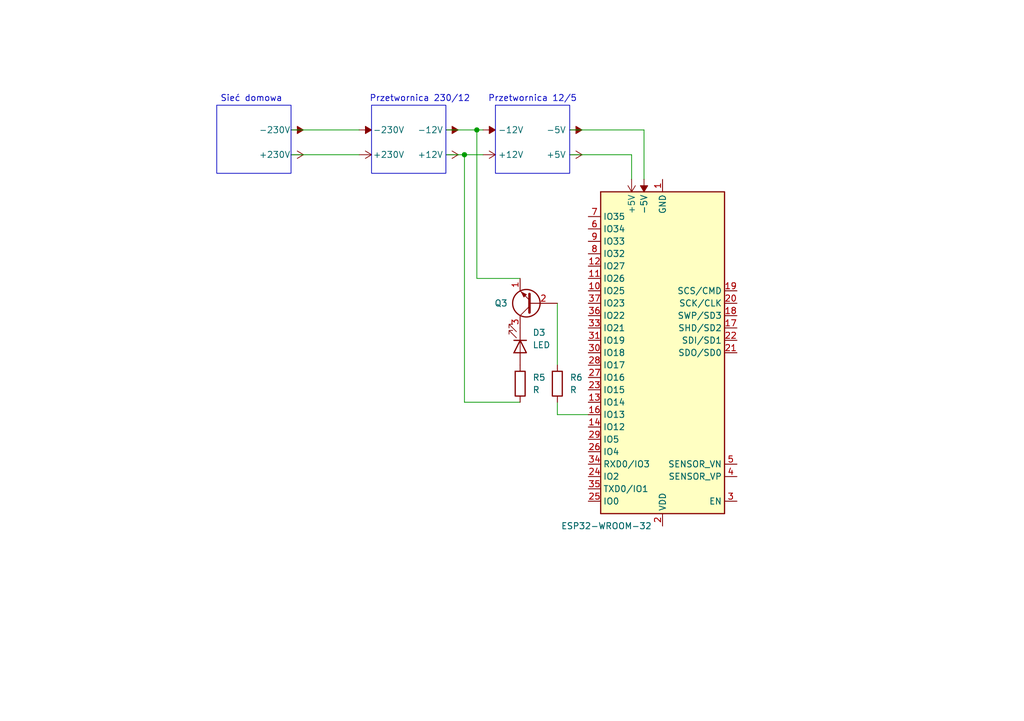
<source format=kicad_sch>
(kicad_sch (version 20231120) (generator "eeschema") (generator_version "8.0")
  (paper "A5")
  (title_block (title "Schemat Połączeń w układzie z LED") (date "2024-04-26") (company "Brajan Gąbka"))
  (lib_symbols
    (symbol "+5V_1" (power) (pin_numbers hide) (pin_names (offset 0) hide)
      (property "Value" "+5V" (at 0 3.556 0))
      (symbol "+5V_1_0_1"
        (polyline (pts (xy -0.762 1.27) (xy 0 2.54)))
        (polyline (pts (xy 0 0) (xy 0 2.54)))
        (polyline (pts (xy 0 2.54) (xy 0.762 1.27)))
      )
      (symbol "+5V_1_1_1"
        (pin power_in line (at 0 0 90) (length 0) (name "~") (number "1"))
      )
    )
    (symbol "Device:LED" (pin_numbers hide) (pin_names (offset 1.016) hide)
      (property "Reference" "D" (at 0 2.54 0))
      (property "Value" "LED" (at 0 -2.54 0))
      (symbol "LED_0_1"
        (polyline (pts (xy -1.27 -1.27) (xy -1.27 1.27)) (stroke (width 0.254)))
        (polyline (pts (xy -1.27 0) (xy 1.27 0)))
        (polyline (pts (xy 1.27 -1.27) (xy 1.27 1.27) (xy -1.27 0) (xy 1.27 -1.27)) (stroke (width 0.254)))
        (polyline (pts (xy -3.048 -0.762) (xy -4.572 -2.286) (xy -3.81 -2.286) (xy -4.572 -2.286) (xy -4.572 -1.524)))
        (polyline (pts (xy -1.778 -0.762) (xy -3.302 -2.286) (xy -2.54 -2.286) (xy -3.302 -2.286) (xy -3.302 -1.524)))
      )
      (symbol "LED_1_1"
        (pin passive line (at -3.81 0 0) (length 2.54) (name "K") (number "1"))
        (pin passive line (at 3.81 0 180) (length 2.54) (name "A") (number "2"))
      )
    )
    (symbol "Device:R" (pin_numbers hide) (pin_names (offset 0))
      (property "Reference" "R" (at 2.032 0 90))
      (property "Value" "R" (at 0 0 90))
      (symbol "R_0_1"
        (rectangle (start -1.016 -2.54) (end 1.016 2.54) (stroke (width 0.254)))
      )
      (symbol "R_1_1"
        (pin passive line (at 0 3.81 270) (length 1.27) (name "~") (number "1"))
        (pin passive line (at 0 -3.81 90) (length 1.27) (name "~") (number "2"))
      )
    )
    (symbol "RF_Module:ESP32-WROOM-32"
      (property "Reference" "U" (at -12.7 34.29 0))
      (property "Value" "ESP32-WROOM-32" (at 1.27 34.29 0))
      (symbol "ESP32-WROOM-32_0_1"
        (rectangle (start -12.7 33.02) (end 12.7 -33.02) (stroke (width 0.254)) (fill (type background)))
      )
      (symbol "ESP32-WROOM-32_1_1"
        (pin power_in line (at 0 -35.56 90) (length 2.54) (name "GND") (number "1"))
        (pin bidirectional line (at 15.24 -12.7 180) (length 2.54) (name "IO25") (number "10"))
        (pin bidirectional line (at 15.24 -15.24 180) (length 2.54) (name "IO26") (number "11"))
        (pin bidirectional line (at 15.24 -17.78 180) (length 2.54) (name "IO27") (number "12"))
        (pin bidirectional line (at 15.24 10.16 180) (length 2.54) (name "IO14") (number "13"))
        (pin bidirectional line (at 15.24 15.24 180) (length 2.54) (name "IO12") (number "14"))
        (pin passive line (at 0 -35.56 90) (length 2.54) hide (name "GND") (number "15"))
        (pin bidirectional line (at 15.24 12.7 180) (length 2.54) (name "IO13") (number "16"))
        (pin bidirectional line (at -15.24 -5.08 0) (length 2.54) (name "SHD/SD2") (number "17"))
        (pin bidirectional line (at -15.24 -7.62 0) (length 2.54) (name "SWP/SD3") (number "18"))
        (pin bidirectional line (at -15.24 -12.7 0) (length 2.54) (name "SCS/CMD") (number "19"))
        (pin power_in line (at 0 35.56 270) (length 2.54) (name "VDD") (number "2"))
        (pin bidirectional line (at -15.24 -10.16 0) (length 2.54) (name "SCK/CLK") (number "20"))
        (pin bidirectional line (at -15.24 0 0) (length 2.54) (name "SDO/SD0") (number "21"))
        (pin bidirectional line (at -15.24 -2.54 0) (length 2.54) (name "SDI/SD1") (number "22"))
        (pin bidirectional line (at 15.24 7.62 180) (length 2.54) (name "IO15") (number "23"))
        (pin bidirectional line (at 15.24 25.4 180) (length 2.54) (name "IO2") (number "24"))
        (pin bidirectional line (at 15.24 30.48 180) (length 2.54) (name "IO0") (number "25"))
        (pin bidirectional line (at 15.24 20.32 180) (length 2.54) (name "IO4") (number "26"))
        (pin bidirectional line (at 15.24 5.08 180) (length 2.54) (name "IO16") (number "27"))
        (pin bidirectional line (at 15.24 2.54 180) (length 2.54) (name "IO17") (number "28"))
        (pin bidirectional line (at 15.24 17.78 180) (length 2.54) (name "IO5") (number "29"))
        (pin input line (at -15.24 30.48 0) (length 2.54) (name "EN") (number "3"))
        (pin bidirectional line (at 15.24 0 180) (length 2.54) (name "IO18") (number "30"))
        (pin bidirectional line (at 15.24 -2.54 180) (length 2.54) (name "IO19") (number "31"))
        (pin no_connect line (at -12.7 -27.94 0) (length 2.54) hide (name "NC") (number "32"))
        (pin bidirectional line (at 15.24 -5.08 180) (length 2.54) (name "IO21") (number "33"))
        (pin bidirectional line (at 15.24 22.86 180) (length 2.54) (name "RXD0/IO3") (number "34"))
        (pin bidirectional line (at 15.24 27.94 180) (length 2.54) (name "TXD0/IO1") (number "35"))
        (pin bidirectional line (at 15.24 -7.62 180) (length 2.54) (name "IO22") (number "36"))
        (pin bidirectional line (at 15.24 -10.16 180) (length 2.54) (name "IO23") (number "37"))
        (pin passive line (at 0 -35.56 90) (length 2.54) hide (name "GND") (number "38"))
        (pin passive line (at 0 -35.56 90) (length 2.54) hide (name "GND") (number "39"))
        (pin input line (at -15.24 25.4 0) (length 2.54) (name "SENSOR_VP") (number "4"))
        (pin input line (at -15.24 22.86 0) (length 2.54) (name "SENSOR_VN") (number "5"))
        (pin input line (at 15.24 -25.4 180) (length 2.54) (name "IO34") (number "6"))
        (pin input line (at 15.24 -27.94 180) (length 2.54) (name "IO35") (number "7"))
        (pin bidirectional line (at 15.24 -20.32 180) (length 2.54) (name "IO32") (number "8"))
        (pin bidirectional line (at 15.24 -22.86 180) (length 2.54) (name "IO33") (number "9"))
      )
    )
    (symbol "Transistor_BJT:2N2219" (pin_names (offset 0) hide)
      (property "Reference" "Q" (at 5.08 1.905 0))
      (property "Value" "2N2219" (at 5.08 0 0))
      (symbol "2N2219_0_1"
        (polyline (pts (xy 0.635 0.635) (xy 2.54 2.54)))
        (polyline (pts (xy 0.635 -0.635) (xy 2.54 -2.54) (xy 2.54 -2.54)))
        (polyline (pts (xy 0.635 1.905) (xy 0.635 -1.905) (xy 0.635 -1.905)) (stroke (width 0.508)))
        (polyline (pts (xy 1.27 -1.778) (xy 1.778 -1.27) (xy 2.286 -2.286) (xy 1.27 -1.778) (xy 1.27 -1.778)) (fill (type outline)))
        (circle (center 1.27 0) (radius 2.8194) (stroke (width 0.254)))
      )
      (symbol "2N2219_1_1"
        (pin passive line (at 2.54 -5.08 90) (length 2.54) (name "E") (number "1"))
        (pin passive line (at -5.08 0 0) (length 5.715) (name "B") (number "2"))
        (pin passive line (at 2.54 5.08 270) (length 2.54) (name "C") (number "3"))
      )
    )
    (symbol "power:+5V" (power) (pin_numbers hide) (pin_names (offset 0) hide)
      (property "Value" "+5V" (at 0 3.556 0))
      (symbol "+5V_0_1"
        (polyline (pts (xy -0.762 1.27) (xy 0 2.54)))
        (polyline (pts (xy 0 0) (xy 0 2.54)))
        (polyline (pts (xy 0 2.54) (xy 0.762 1.27)))
      )
      (symbol "+5V_1_1"
        (pin power_in line (at 0 0 90) (length 0) (name "~") (number "1"))
      )
    )
    (symbol "power:-5V" (power) (pin_numbers hide) (pin_names (offset 0) hide)
      (property "Value" "-5V" (at 0 3.556 0))
      (symbol "-5V_0_0"
        (pin power_in line (at 0 0 90) (length 0) (name "~") (number "1"))
      )
      (symbol "-5V_0_1"
        (polyline (pts (xy 0 0) (xy 0 1.27) (xy 0.762 1.27) (xy 0 2.54) (xy -0.762 1.27) (xy 0 1.27)) (fill (type outline)))
      )
    )
  )
  (junction (at 97.79 26.67))
  (junction (at 95.25 31.75))
  (wire (pts (xy 59.69 26.67) (xy 73.66 26.67)))
  (wire (pts (xy 114.3 85.09) (xy 114.3 82.55)))
  (wire (pts (xy 132.08 26.67) (xy 132.08 36.83)))
  (wire (pts (xy 95.25 31.75) (xy 99.06 31.75)))
  (wire (pts (xy 106.68 82.55) (xy 95.25 82.55)))
  (wire (pts (xy 91.44 26.67) (xy 97.79 26.67)))
  (wire (pts (xy 59.69 31.75) (xy 73.66 31.75)))
  (wire (pts (xy 114.3 62.23) (xy 114.3 74.93)))
  (wire (pts (xy 132.08 26.67) (xy 116.84 26.67)))
  (wire (pts (xy 97.79 26.67) (xy 99.06 26.67)))
  (wire (pts (xy 91.44 31.75) (xy 95.25 31.75)))
  (wire (pts (xy 97.79 26.67) (xy 97.79 57.15)))
  (wire (pts (xy 106.68 57.15) (xy 97.79 57.15)))
  (wire (pts (xy 114.3 85.09) (xy 120.65 85.09)))
  (wire (pts (xy 95.25 82.55) (xy 95.25 31.75)))
  (wire (pts (xy 116.84 31.75) (xy 129.54 31.75)))
  (wire (pts (xy 129.54 31.75) (xy 129.54 36.83)))
  (rectangle (start 44.45 21.59) (end 59.69 35.56))
  (rectangle (start 76.2 21.59) (end 91.44 35.56))
  (rectangle (start 101.6 21.59) (end 116.84 35.56))
  (text "Przetwornica 12/5" (at 109.22 20.32 0) (effects (font (size 1.27 1.27))))
  (text "Przetwornica 230/12" (at 86.106 20.32 0) (effects (font (size 1.27 1.27))))
  (text "Sieć domowa" (at 51.562 20.32 0) (effects (font (size 1.27 1.27))))
  (symbol (lib_name "+5V_1") (lib_id "power:+5V") (at 59.69 31.75 270) (unit 1)
    (property "Reference" "#PWR019" (effects (hide yes)))
    (property "Value" "+230V" (at 53.086 31.75 90) (effects (justify left)))
    (property "Description" "Power symbol creates a global label with name \"+5V\"" (effects (hide yes)))
  )
  (symbol (lib_id "power:+5V") (at 129.54 36.83 180) (unit 1)
    (property "Reference" "#PWR028" (effects (hide yes)))
    (property "Value" "+5V" (at 129.54 41.91 90))
    (property "Description" "Power symbol creates a global label with name \"+5V\"" (effects (hide yes)))
  )
  (symbol (lib_id "Device:R") (at 114.3 78.74 180) (unit 1)
    (property "Reference" "R6" (at 116.84 77.4699 0) (effects (justify right)))
    (property "Value" "R" (at 116.84 80.0099 0) (effects (justify right)))
    (property "Description" "Resistor" (effects (hide yes)))
  )
  (symbol (lib_id "power:-5V") (at 91.44 26.67 270) (unit 1)
    (property "Reference" "#PWR022" (effects (hide yes)))
    (property "Value" "-12V" (at 85.598 26.67 90) (effects (justify left)))
    (property "Description" "Power symbol creates a global label with name \"-5V\"" (effects (hide yes)))
  )
  (symbol (lib_id "power:-5V") (at 99.06 26.67 270) (unit 1)
    (property "Reference" "#PWR024" (effects (hide yes)))
    (property "Value" "-12V" (at 102.108 26.67 90) (effects (justify left)))
    (property "Description" "Power symbol creates a global label with name \"-5V\"" (effects (hide yes)))
  )
  (symbol (lib_id "power:-5V") (at 116.84 26.67 270) (unit 1)
    (property "Reference" "#PWR026" (effects (hide yes)))
    (property "Value" "-5V" (at 112.014 26.67 90) (effects (justify left)))
    (property "Description" "Power symbol creates a global label with name \"-5V\"" (effects (hide yes)))
  )
  (symbol (lib_id "power:-5V") (at 132.08 36.83 180) (unit 1)
    (property "Reference" "#PWR029" (effects (hide yes)))
    (property "Value" "-5V" (at 132.08 39.878 90) (effects (justify left)))
    (property "Description" "Power symbol creates a global label with name \"-5V\"" (effects (hide yes)))
  )
  (symbol (lib_id "Device:LED") (at 106.68 71.12 270) (unit 1)
    (property "Reference" "D3" (at 109.22 68.2624 90) (effects (justify left)))
    (property "Value" "LED" (at 109.22 70.8024 90) (effects (justify left)))
    (property "Description" "Light emitting diode" (effects (hide yes)))
  )
  (symbol (lib_name "+5V_1") (lib_id "power:+5V") (at 91.44 31.75 270) (unit 1)
    (property "Reference" "#PWR023" (effects (hide yes)))
    (property "Value" "+12V" (at 85.598 31.75 90) (effects (justify left)))
    (property "Description" "Power symbol creates a global label with name \"+5V\"" (effects (hide yes)))
  )
  (symbol (lib_id "power:-5V") (at 59.69 26.67 270) (unit 1)
    (property "Reference" "#PWR018" (effects (hide yes)))
    (property "Value" "-230V" (at 53.086 26.67 90) (effects (justify left)))
    (property "Description" "Power symbol creates a global label with name \"-5V\"" (effects (hide yes)))
  )
  (symbol (lib_id "Transistor_BJT:2N2219") (at 109.22 62.23 180) (unit 1)
    (property "Reference" "Q3" (at 104.14 62.2299 0) (effects (justify left)))
    (property "Value" "2N2219" (effects (hide yes)))
    (property "Footprint" "Package_TO_SOT_THT:TO-39-3" (effects (hide yes)))
    (property "Datasheet" "http://www.onsemi.com/pub_link/Collateral/2N2219-D.PDF" (effects (hide yes)))
    (property "Description" "800mA Ic, 50V Vce, NPN Transistor, TO-39" (effects (hide yes)))
  )
  (symbol (lib_name "+5V_1") (lib_id "power:+5V") (at 116.84 31.75 270) (unit 1)
    (property "Reference" "#PWR027" (effects (hide yes)))
    (property "Value" "+5V" (at 112.014 31.75 90) (effects (justify left)))
    (property "Description" "Power symbol creates a global label with name \"+5V\"" (effects (hide yes)))
  )
  (symbol (lib_id "power:+5V") (at 73.66 31.75 270) (unit 1)
    (property "Reference" "#PWR021" (effects (hide yes)))
    (property "Value" "+230V" (at 76.454 31.75 90) (effects (justify left)))
    (property "Description" "Power symbol creates a global label with name \"+5V\"" (effects (hide yes)))
  )
  (symbol (lib_id "power:-5V") (at 73.66 26.67 270) (unit 1)
    (property "Reference" "#PWR020" (effects (hide yes)))
    (property "Value" "-230V" (at 76.454 26.67 90) (effects (justify left)))
    (property "Description" "Power symbol creates a global label with name \"-5V\"" (effects (hide yes)))
  )
  (symbol (lib_id "RF_Module:ESP32-WROOM-32") (at 135.89 72.39 180) (unit 1)
    (property "Reference" "U4" (effects (hide yes)))
    (property "Value" "ESP32-WROOM-32" (at 133.6959 107.95 0) (effects (justify left)))
    (property "Footprint" "RF_Module:ESP32-WROOM-32" (effects (hide yes)))
    (property "Datasheet" "https://www.espressif.com/sites/default/files/documentation/esp32-wroom-32_datasheet_en.pdf" (effects (hide yes)))
    (property "Description" "RF Module, ESP32-D0WDQ6 SoC, Wi-Fi 802.11b/g/n, Bluetooth, BLE, 32-bit, 2.7-3.6V, onboard antenna, SMD" (effects (hide yes)))
  )
  (symbol (lib_id "power:+5V") (at 99.06 31.75 270) (unit 1)
    (property "Reference" "#PWR025" (effects (hide yes)))
    (property "Value" "+12V" (at 102.108 31.75 90) (effects (justify left)))
    (property "Description" "Power symbol creates a global label with name \"+5V\"" (effects (hide yes)))
  )
  (symbol (lib_id "Device:R") (at 106.68 78.74 0) (unit 1)
    (property "Reference" "R5" (at 109.22 77.4699 0) (effects (justify left)))
    (property "Value" "R" (at 109.22 80.0099 0) (effects (justify left)))
    (property "Description" "Resistor" (effects (hide yes)))
  )
)
</source>
